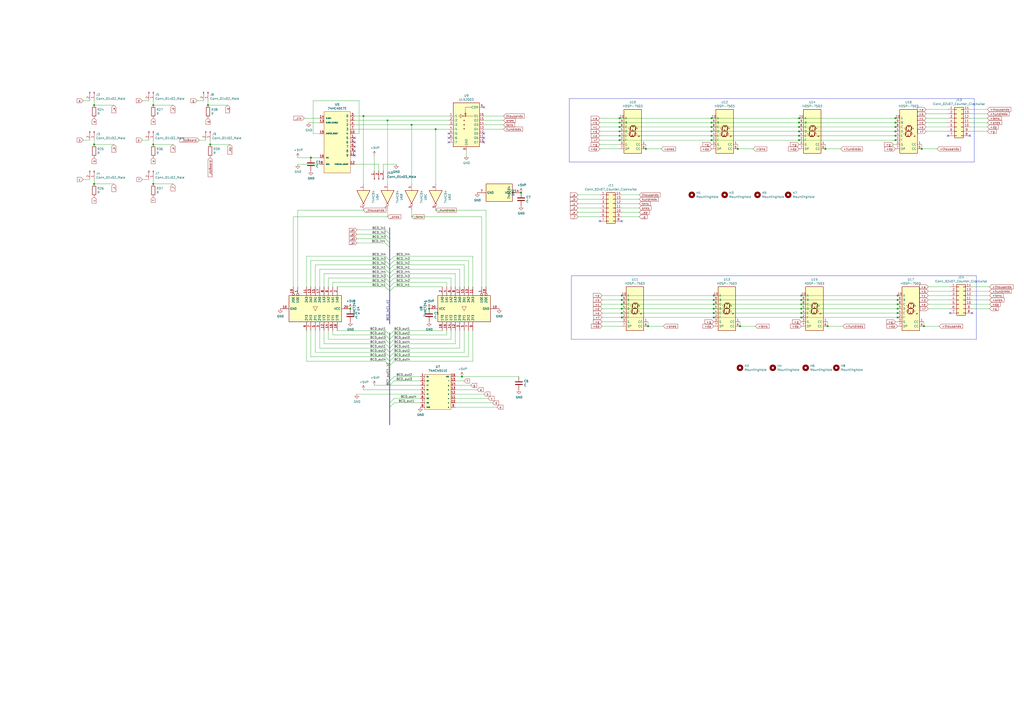
<source format=kicad_sch>
(kicad_sch (version 20230121) (generator eeschema)
  (paper "A2")
  (junction (at 519.43 78.74))
  (junction (at 519.43 81.28))
  (junction (at 429.26 189.23))
  (junction (at 463.55 78.74))
  (junction (at 88.9 106.68))
  (junction (at 224.79 69.85))
  (junction (at 520.7 171.45))
  (junction (at 360.68 176.53))
  (junction (at 412.75 76.2))
  (junction (at 359.41 68.58))
  (junction (at 463.55 81.28))
  (junction (at 412.75 71.12))
  (junction (at 520.7 184.15))
  (junction (at 360.68 171.45))
  (junction (at 360.68 181.61))
  (junction (at 120.65 60.96))
  (junction (at 359.41 76.2))
  (junction (at 360.68 184.15))
  (junction (at 463.55 68.58))
  (junction (at 248.92 179.07))
  (junction (at 210.82 67.31))
  (junction (at 414.02 176.53))
  (junction (at 359.41 71.12))
  (junction (at 464.82 179.07))
  (junction (at 464.82 171.45))
  (junction (at 414.02 179.07))
  (junction (at 359.41 73.66))
  (junction (at 412.75 78.74))
  (junction (at 534.67 86.36))
  (junction (at 180.34 91.44))
  (junction (at 54.61 106.68))
  (junction (at 88.9 60.96))
  (junction (at 54.61 60.96))
  (junction (at 412.75 81.28))
  (junction (at 414.02 181.61))
  (junction (at 238.76 72.39))
  (junction (at 463.55 73.66))
  (junction (at 414.02 171.45))
  (junction (at 427.99 86.36))
  (junction (at 520.7 181.61))
  (junction (at 374.65 86.36))
  (junction (at 480.06 189.23))
  (junction (at 359.41 78.74))
  (junction (at 414.02 173.99))
  (junction (at 414.02 184.15))
  (junction (at 88.9 83.82))
  (junction (at 520.7 176.53))
  (junction (at 360.68 173.99))
  (junction (at 519.43 68.58))
  (junction (at 464.82 173.99))
  (junction (at 302.26 111.76))
  (junction (at 535.94 189.23))
  (junction (at 54.61 83.82))
  (junction (at 375.92 189.23))
  (junction (at 519.43 71.12))
  (junction (at 464.82 184.15))
  (junction (at 463.55 76.2))
  (junction (at 519.43 73.66))
  (junction (at 464.82 181.61))
  (junction (at 121.92 83.82))
  (junction (at 520.7 179.07))
  (junction (at 412.75 73.66))
  (junction (at 360.68 179.07))
  (junction (at 203.2 179.07))
  (junction (at 520.7 173.99))
  (junction (at 412.75 68.58))
  (junction (at 252.73 74.93))
  (junction (at 464.82 176.53))
  (junction (at 267.97 218.44))
  (junction (at 519.43 76.2))
  (junction (at 359.41 81.28))
  (junction (at 478.79 86.36))
  (junction (at 463.55 71.12))
  (no_connect (at 205.74 90.17))
  (no_connect (at 260.35 80.01))
  (no_connect (at 347.98 128.27))
  (no_connect (at 205.74 82.55))
  (no_connect (at 260.35 77.47))
  (no_connect (at 562.61 78.74))
  (no_connect (at 551.18 181.61))
  (no_connect (at 280.67 62.23))
  (no_connect (at 280.67 80.01))
  (no_connect (at 205.74 85.09))
  (no_connect (at 360.68 128.27))
  (no_connect (at 280.67 82.55))
  (no_connect (at 260.35 82.55))
  (no_connect (at 205.74 87.63))
  (no_connect (at 205.74 80.01))
  (no_connect (at 563.88 181.61))
  (no_connect (at 280.67 77.47))
  (no_connect (at 549.91 78.74))
  (bus_entry (at 223.52 138.43) (size 2.54 2.54))
  (bus_entry (at 223.52 194.31) (size 2.54 2.54))
  (bus_entry (at 223.52 204.47) (size 2.54 2.54))
  (bus_entry (at 223.52 199.39) (size 2.54 2.54))
  (bus_entry (at 223.52 158.75) (size 2.54 2.54))
  (bus_entry (at 223.52 209.55) (size 2.54 2.54))
  (bus_entry (at 228.6 156.21) (size -2.54 2.54))
  (bus_entry (at 223.52 140.97) (size 2.54 2.54))
  (bus_entry (at 223.52 163.83) (size 2.54 2.54))
  (bus_entry (at 223.52 156.21) (size 2.54 2.54))
  (bus_entry (at 223.52 207.01) (size 2.54 2.54))
  (bus_entry (at 228.6 151.13) (size -2.54 2.54))
  (bus_entry (at 228.6 153.67) (size -2.54 2.54))
  (bus_entry (at 228.6 207.01) (size -2.54 2.54))
  (bus_entry (at 223.52 135.89) (size 2.54 2.54))
  (bus_entry (at 228.6 201.93) (size -2.54 2.54))
  (bus_entry (at 228.6 163.83) (size -2.54 2.54))
  (bus_entry (at 223.52 153.67) (size 2.54 2.54))
  (bus_entry (at 223.52 151.13) (size 2.54 2.54))
  (bus_entry (at 223.52 191.77) (size 2.54 2.54))
  (bus_entry (at 228.6 209.55) (size -2.54 2.54))
  (bus_entry (at 228.6 196.85) (size -2.54 2.54))
  (bus_entry (at 223.52 166.37) (size 2.54 2.54))
  (bus_entry (at 228.6 166.37) (size -2.54 2.54))
  (bus_entry (at 223.52 196.85) (size 2.54 2.54))
  (bus_entry (at 228.6 218.44) (size -2.54 2.54))
  (bus_entry (at 228.6 231.14) (size -2.54 2.54))
  (bus_entry (at 228.6 204.47) (size -2.54 2.54))
  (bus_entry (at 223.52 201.93) (size 2.54 2.54))
  (bus_entry (at 228.6 220.98) (size -2.54 2.54))
  (bus_entry (at 228.6 233.68) (size -2.54 2.54))
  (bus_entry (at 228.6 191.77) (size -2.54 2.54))
  (bus_entry (at 223.52 161.29) (size 2.54 2.54))
  (bus_entry (at 228.6 158.75) (size -2.54 2.54))
  (bus_entry (at 223.52 133.35) (size 2.54 2.54))
  (bus_entry (at 228.6 161.29) (size -2.54 2.54))
  (bus_entry (at 223.52 148.59) (size 2.54 2.54))
  (bus_entry (at 228.6 199.39) (size -2.54 2.54))
  (bus_entry (at 228.6 194.31) (size -2.54 2.54))
  (bus_entry (at 228.6 148.59) (size -2.54 2.54))
  (wire (pts (xy 269.24 220.98) (xy 264.16 220.98)))
  (wire (pts (xy 238.76 72.39) (xy 238.76 106.68)))
  (wire (pts (xy 519.43 78.74) (xy 520.7 78.74)))
  (polyline (pts (xy 331.47 196.85) (xy 566.42 196.85)))
  (wire (pts (xy 359.41 73.66) (xy 412.75 73.66)))
  (wire (pts (xy 359.41 76.2) (xy 412.75 76.2)))
  (wire (pts (xy 180.34 191.77) (xy 180.34 207.01)))
  (wire (pts (xy 181.61 77.47) (xy 181.61 58.42)))
  (wire (pts (xy 243.84 233.68) (xy 228.6 233.68)))
  (wire (pts (xy 574.04 166.37) (xy 563.88 166.37)))
  (wire (pts (xy 464.82 181.61) (xy 520.7 181.61)))
  (wire (pts (xy 224.79 106.68) (xy 224.79 69.85)))
  (wire (pts (xy 256.54 191.77) (xy 228.6 191.77)))
  (wire (pts (xy 180.34 151.13) (xy 223.52 151.13)))
  (wire (pts (xy 518.16 83.82) (xy 519.43 83.82)))
  (wire (pts (xy 88.9 60.96) (xy 100.33 60.96)))
  (wire (pts (xy 347.98 68.58) (xy 359.41 68.58)))
  (wire (pts (xy 219.71 95.25) (xy 219.71 99.06)))
  (wire (pts (xy 190.5 161.29) (xy 223.52 161.29)))
  (wire (pts (xy 519.43 186.69) (xy 520.7 186.69)))
  (wire (pts (xy 520.7 184.15) (xy 521.97 184.15)))
  (wire (pts (xy 574.04 176.53) (xy 563.88 176.53)))
  (wire (pts (xy 274.32 148.59) (xy 228.6 148.59)))
  (bus (pts (xy 226.06 156.21) (xy 226.06 158.75)))
  (wire (pts (xy 224.79 69.85) (xy 260.35 69.85)))
  (bus (pts (xy 226.06 161.29) (xy 226.06 163.83)))
  (wire (pts (xy 259.08 194.31) (xy 228.6 194.31)))
  (wire (pts (xy 370.84 125.73) (xy 360.68 125.73)))
  (wire (pts (xy 414.02 181.61) (xy 464.82 181.61)))
  (wire (pts (xy 283.21 231.14) (xy 264.16 231.14)))
  (wire (pts (xy 54.61 60.96) (xy 54.61 58.42)))
  (wire (pts (xy 534.67 83.82) (xy 534.67 86.36)))
  (wire (pts (xy 370.84 123.19) (xy 360.68 123.19)))
  (wire (pts (xy 288.29 236.22) (xy 264.16 236.22)))
  (wire (pts (xy 261.62 191.77) (xy 261.62 196.85)))
  (wire (pts (xy 228.6 161.29) (xy 261.62 161.29)))
  (bus (pts (xy 226.06 163.83) (xy 226.06 166.37)))
  (wire (pts (xy 187.96 191.77) (xy 187.96 199.39)))
  (bus (pts (xy 226.06 194.31) (xy 226.06 196.85)))
  (wire (pts (xy 360.68 179.07) (xy 414.02 179.07)))
  (bus (pts (xy 226.06 233.68) (xy 226.06 236.22)))
  (wire (pts (xy 228.6 196.85) (xy 261.62 196.85)))
  (wire (pts (xy 222.25 95.25) (xy 222.25 99.06)))
  (wire (pts (xy 195.58 191.77) (xy 223.52 191.77)))
  (wire (pts (xy 259.08 191.77) (xy 259.08 194.31)))
  (wire (pts (xy 193.04 191.77) (xy 193.04 194.31)))
  (wire (pts (xy 520.7 173.99) (xy 521.97 173.99)))
  (wire (pts (xy 252.73 121.92) (xy 281.94 121.92)))
  (wire (pts (xy 464.82 179.07) (xy 520.7 179.07)))
  (wire (pts (xy 572.77 66.04) (xy 562.61 66.04)))
  (wire (pts (xy 270.51 90.17) (xy 270.51 87.63)))
  (polyline (pts (xy 565.15 93.98) (xy 565.15 57.15)))
  (wire (pts (xy 210.82 67.31) (xy 210.82 106.68)))
  (wire (pts (xy 537.21 66.04) (xy 549.91 66.04)))
  (wire (pts (xy 520.7 181.61) (xy 521.97 181.61)))
  (wire (pts (xy 537.21 68.58) (xy 549.91 68.58)))
  (wire (pts (xy 226.06 223.52) (xy 243.84 223.52)))
  (wire (pts (xy 88.9 106.68) (xy 88.9 104.14)))
  (wire (pts (xy 121.92 83.82) (xy 121.92 81.28)))
  (wire (pts (xy 359.41 81.28) (xy 412.75 81.28)))
  (wire (pts (xy 414.02 171.45) (xy 464.82 171.45)))
  (wire (pts (xy 193.04 163.83) (xy 223.52 163.83)))
  (wire (pts (xy 271.78 151.13) (xy 228.6 151.13)))
  (wire (pts (xy 210.82 67.31) (xy 205.74 67.31)))
  (wire (pts (xy 238.76 125.73) (xy 279.4 125.73)))
  (wire (pts (xy 170.18 125.73) (xy 170.18 166.37)))
  (wire (pts (xy 574.04 179.07) (xy 563.88 179.07)))
  (wire (pts (xy 264.16 191.77) (xy 264.16 199.39)))
  (wire (pts (xy 347.98 76.2) (xy 359.41 76.2)))
  (wire (pts (xy 271.78 207.01) (xy 228.6 207.01)))
  (wire (pts (xy 360.68 181.61) (xy 414.02 181.61)))
  (bus (pts (xy 226.06 220.98) (xy 226.06 223.52)))
  (wire (pts (xy 266.7 156.21) (xy 228.6 156.21)))
  (wire (pts (xy 207.01 228.6) (xy 243.84 228.6)))
  (wire (pts (xy 271.78 166.37) (xy 271.78 151.13)))
  (wire (pts (xy 429.26 186.69) (xy 429.26 189.23)))
  (wire (pts (xy 269.24 191.77) (xy 269.24 204.47)))
  (wire (pts (xy 347.98 83.82) (xy 359.41 83.82)))
  (wire (pts (xy 572.77 73.66) (xy 562.61 73.66)))
  (wire (pts (xy 436.88 86.36) (xy 427.99 86.36)))
  (bus (pts (xy 226.06 138.43) (xy 226.06 140.97)))
  (wire (pts (xy 574.04 171.45) (xy 563.88 171.45)))
  (wire (pts (xy 535.94 186.69) (xy 535.94 189.23)))
  (wire (pts (xy 207.01 140.97) (xy 223.52 140.97)))
  (bus (pts (xy 226.06 196.85) (xy 226.06 199.39)))
  (wire (pts (xy 574.04 173.99) (xy 563.88 173.99)))
  (wire (pts (xy 121.92 83.82) (xy 133.35 83.82)))
  (wire (pts (xy 115.57 81.28) (xy 119.38 81.28)))
  (wire (pts (xy 538.48 176.53) (xy 551.18 176.53)))
  (wire (pts (xy 520.7 176.53) (xy 521.97 176.53)))
  (wire (pts (xy 370.84 118.11) (xy 360.68 118.11)))
  (wire (pts (xy 335.28 120.65) (xy 347.98 120.65)))
  (wire (pts (xy 463.55 78.74) (xy 519.43 78.74)))
  (wire (pts (xy 359.41 68.58) (xy 412.75 68.58)))
  (wire (pts (xy 359.41 78.74) (xy 412.75 78.74)))
  (wire (pts (xy 412.75 73.66) (xy 463.55 73.66)))
  (wire (pts (xy 349.25 171.45) (xy 360.68 171.45)))
  (wire (pts (xy 463.55 71.12) (xy 519.43 71.12)))
  (wire (pts (xy 537.21 76.2) (xy 549.91 76.2)))
  (bus (pts (xy 226.06 135.89) (xy 226.06 138.43)))
  (wire (pts (xy 538.48 179.07) (xy 551.18 179.07)))
  (wire (pts (xy 180.34 91.44) (xy 185.42 91.44)))
  (wire (pts (xy 243.84 231.14) (xy 228.6 231.14)))
  (wire (pts (xy 463.55 68.58) (xy 519.43 68.58)))
  (wire (pts (xy 520.7 179.07) (xy 521.97 179.07)))
  (wire (pts (xy 210.82 67.31) (xy 260.35 67.31)))
  (wire (pts (xy 519.43 71.12) (xy 520.7 71.12)))
  (wire (pts (xy 572.77 68.58) (xy 562.61 68.58)))
  (wire (pts (xy 266.7 166.37) (xy 266.7 156.21)))
  (wire (pts (xy 347.98 86.36) (xy 359.41 86.36)))
  (wire (pts (xy 177.8 166.37) (xy 177.8 148.59)))
  (wire (pts (xy 187.96 166.37) (xy 187.96 158.75)))
  (wire (pts (xy 182.88 204.47) (xy 223.52 204.47)))
  (wire (pts (xy 349.25 189.23) (xy 360.68 189.23)))
  (wire (pts (xy 264.16 166.37) (xy 264.16 158.75)))
  (wire (pts (xy 271.78 191.77) (xy 271.78 207.01)))
  (wire (pts (xy 193.04 166.37) (xy 193.04 163.83)))
  (wire (pts (xy 181.61 58.42) (xy 208.28 58.42)))
  (wire (pts (xy 82.55 104.14) (xy 86.36 104.14)))
  (wire (pts (xy 537.21 73.66) (xy 549.91 73.66)))
  (wire (pts (xy 172.72 121.92) (xy 172.72 166.37)))
  (wire (pts (xy 54.61 83.82) (xy 66.04 83.82)))
  (bus (pts (xy 226.06 153.67) (xy 226.06 156.21)))
  (wire (pts (xy 349.25 176.53) (xy 360.68 176.53)))
  (wire (pts (xy 238.76 72.39) (xy 205.74 72.39)))
  (bus (pts (xy 226.06 151.13) (xy 226.06 153.67)))
  (wire (pts (xy 54.61 106.68) (xy 66.04 106.68)))
  (wire (pts (xy 261.62 166.37) (xy 261.62 161.29)))
  (wire (pts (xy 349.25 181.61) (xy 360.68 181.61)))
  (wire (pts (xy 335.28 118.11) (xy 347.98 118.11)))
  (wire (pts (xy 259.08 163.83) (xy 228.6 163.83)))
  (wire (pts (xy 412.75 78.74) (xy 463.55 78.74)))
  (wire (pts (xy 48.26 104.14) (xy 52.07 104.14)))
  (wire (pts (xy 185.42 77.47) (xy 181.61 77.47)))
  (wire (pts (xy 349.25 184.15) (xy 360.68 184.15)))
  (wire (pts (xy 267.97 218.44) (xy 300.99 218.44)))
  (wire (pts (xy 360.68 171.45) (xy 414.02 171.45)))
  (wire (pts (xy 537.21 63.5) (xy 549.91 63.5)))
  (wire (pts (xy 273.05 223.52) (xy 264.16 223.52)))
  (wire (pts (xy 274.32 209.55) (xy 228.6 209.55)))
  (bus (pts (xy 226.06 236.22) (xy 226.06 246.38)))
  (wire (pts (xy 88.9 60.96) (xy 88.9 58.42)))
  (wire (pts (xy 292.1 69.85) (xy 280.67 69.85)))
  (wire (pts (xy 464.82 184.15) (xy 520.7 184.15)))
  (wire (pts (xy 335.28 115.57) (xy 347.98 115.57)))
  (wire (pts (xy 519.43 73.66) (xy 520.7 73.66)))
  (wire (pts (xy 180.34 207.01) (xy 223.52 207.01)))
  (wire (pts (xy 463.55 73.66) (xy 519.43 73.66)))
  (polyline (pts (xy 330.2 57.15) (xy 330.2 93.98)))
  (wire (pts (xy 360.68 176.53) (xy 414.02 176.53)))
  (wire (pts (xy 370.84 120.65) (xy 360.68 120.65)))
  (wire (pts (xy 538.48 168.91) (xy 551.18 168.91)))
  (wire (pts (xy 487.68 86.36) (xy 478.79 86.36)))
  (wire (pts (xy 269.24 204.47) (xy 228.6 204.47)))
  (wire (pts (xy 205.74 69.85) (xy 224.79 69.85)))
  (wire (pts (xy 185.42 156.21) (xy 223.52 156.21)))
  (wire (pts (xy 347.98 71.12) (xy 359.41 71.12)))
  (wire (pts (xy 370.84 113.03) (xy 360.68 113.03)))
  (polyline (pts (xy 566.42 160.02) (xy 331.47 160.02)))
  (wire (pts (xy 463.55 76.2) (xy 519.43 76.2)))
  (wire (pts (xy 279.4 125.73) (xy 279.4 166.37)))
  (wire (pts (xy 370.84 115.57) (xy 360.68 115.57)))
  (wire (pts (xy 224.79 125.73) (xy 224.79 121.92)))
  (bus (pts (xy 226.06 132.08) (xy 226.06 135.89)))
  (wire (pts (xy 182.88 166.37) (xy 182.88 153.67)))
  (wire (pts (xy 190.5 166.37) (xy 190.5 161.29)))
  (wire (pts (xy 48.26 58.42) (xy 52.07 58.42)))
  (wire (pts (xy 276.86 226.06) (xy 264.16 226.06)))
  (wire (pts (xy 292.1 67.31) (xy 280.67 67.31)))
  (wire (pts (xy 266.7 201.93) (xy 228.6 201.93)))
  (wire (pts (xy 172.72 121.92) (xy 210.82 121.92)))
  (wire (pts (xy 383.54 86.36) (xy 374.65 86.36)))
  (bus (pts (xy 226.06 207.01) (xy 226.06 209.55)))
  (bus (pts (xy 226.06 166.37) (xy 226.06 168.91)))
  (wire (pts (xy 187.96 199.39) (xy 223.52 199.39)))
  (bus (pts (xy 226.06 140.97) (xy 226.06 143.51)))
  (wire (pts (xy 280.67 228.6) (xy 264.16 228.6)))
  (wire (pts (xy 543.56 86.36) (xy 534.67 86.36)))
  (wire (pts (xy 177.8 209.55) (xy 223.52 209.55)))
  (wire (pts (xy 412.75 76.2) (xy 463.55 76.2)))
  (wire (pts (xy 347.98 73.66) (xy 359.41 73.66)))
  (bus (pts (xy 226.06 193.04) (xy 226.06 194.31)))
  (wire (pts (xy 478.79 83.82) (xy 478.79 86.36)))
  (wire (pts (xy 335.28 113.03) (xy 347.98 113.03)))
  (wire (pts (xy 243.84 220.98) (xy 228.6 220.98)))
  (wire (pts (xy 193.04 194.31) (xy 223.52 194.31)))
  (wire (pts (xy 375.92 186.69) (xy 375.92 189.23)))
  (wire (pts (xy 243.84 218.44) (xy 228.6 218.44)))
  (bus (pts (xy 226.06 201.93) (xy 226.06 204.47)))
  (wire (pts (xy 537.21 71.12) (xy 549.91 71.12)))
  (polyline (pts (xy 331.47 160.02) (xy 331.47 196.85)))
  (wire (pts (xy 360.68 173.99) (xy 414.02 173.99)))
  (wire (pts (xy 54.61 106.68) (xy 54.61 104.14)))
  (wire (pts (xy 347.98 81.28) (xy 359.41 81.28)))
  (wire (pts (xy 412.75 71.12) (xy 463.55 71.12)))
  (wire (pts (xy 185.42 166.37) (xy 185.42 156.21)))
  (wire (pts (xy 182.88 153.67) (xy 223.52 153.67)))
  (wire (pts (xy 208.28 58.42) (xy 208.28 77.47)))
  (wire (pts (xy 572.77 63.5) (xy 562.61 63.5)))
  (wire (pts (xy 414.02 179.07) (xy 464.82 179.07)))
  (wire (pts (xy 177.8 191.77) (xy 177.8 209.55)))
  (wire (pts (xy 217.17 223.52) (xy 226.06 223.52)))
  (wire (pts (xy 519.43 76.2) (xy 520.7 76.2)))
  (wire (pts (xy 335.28 123.19) (xy 347.98 123.19)))
  (wire (pts (xy 414.02 173.99) (xy 464.82 173.99)))
  (bus (pts (xy 226.06 204.47) (xy 226.06 207.01)))
  (wire (pts (xy 464.82 171.45) (xy 520.7 171.45)))
  (wire (pts (xy 88.9 83.82) (xy 100.33 83.82)))
  (polyline (pts (xy 330.2 93.98) (xy 565.15 93.98)))
  (wire (pts (xy 190.5 191.77) (xy 190.5 196.85)))
  (bus (pts (xy 226.06 223.52) (xy 226.06 233.68)))
  (wire (pts (xy 205.74 95.25) (xy 219.71 95.25)))
  (wire (pts (xy 120.65 60.96) (xy 132.08 60.96)))
  (wire (pts (xy 463.55 81.28) (xy 519.43 81.28)))
  (wire (pts (xy 222.25 95.25) (xy 229.87 95.25)))
  (wire (pts (xy 269.24 153.67) (xy 228.6 153.67)))
  (wire (pts (xy 360.68 184.15) (xy 414.02 184.15)))
  (wire (pts (xy 179.07 71.12) (xy 185.42 71.12)))
  (wire (pts (xy 538.48 166.37) (xy 551.18 166.37)))
  (wire (pts (xy 359.41 71.12) (xy 412.75 71.12)))
  (wire (pts (xy 54.61 83.82) (xy 54.61 81.28)))
  (bus (pts (xy 226.06 199.39) (xy 226.06 201.93)))
  (polyline (pts (xy 566.42 196.85) (xy 566.42 160.02)))
  (wire (pts (xy 88.9 83.82) (xy 88.9 81.28)))
  (wire (pts (xy 520.7 171.45) (xy 521.97 171.45)))
  (wire (pts (xy 207.01 138.43) (xy 223.52 138.43)))
  (wire (pts (xy 519.43 81.28) (xy 520.7 81.28)))
  (wire (pts (xy 538.48 173.99) (xy 551.18 173.99)))
  (wire (pts (xy 217.17 90.17) (xy 217.17 99.06)))
  (wire (pts (xy 82.55 58.42) (xy 86.36 58.42)))
  (bus (pts (xy 226.06 209.55) (xy 226.06 212.09)))
  (wire (pts (xy 185.42 191.77) (xy 185.42 201.93)))
  (wire (pts (xy 572.77 76.2) (xy 562.61 76.2)))
  (wire (pts (xy 256.54 166.37) (xy 228.6 166.37)))
  (wire (pts (xy 264.16 199.39) (xy 228.6 199.39)))
  (wire (pts (xy 414.02 176.53) (xy 464.82 176.53)))
  (wire (pts (xy 347.98 78.74) (xy 359.41 78.74)))
  (wire (pts (xy 185.42 201.93) (xy 223.52 201.93)))
  (wire (pts (xy 48.26 81.28) (xy 52.07 81.28)))
  (wire (pts (xy 170.18 125.73) (xy 224.79 125.73)))
  (wire (pts (xy 412.75 68.58) (xy 463.55 68.58)))
  (wire (pts (xy 384.81 189.23) (xy 375.92 189.23)))
  (wire (pts (xy 172.72 95.25) (xy 185.42 95.25)))
  (bus (pts (xy 226.06 212.09) (xy 226.06 220.98)))
  (wire (pts (xy 207.01 133.35) (xy 223.52 133.35)))
  (wire (pts (xy 572.77 71.12) (xy 562.61 71.12)))
  (wire (pts (xy 480.06 186.69) (xy 480.06 189.23)))
  (wire (pts (xy 195.58 166.37) (xy 223.52 166.37)))
  (bus (pts (xy 226.06 143.51) (xy 226.06 151.13)))
  (wire (pts (xy 349.25 179.07) (xy 360.68 179.07)))
  (wire (pts (xy 172.72 91.44) (xy 180.34 91.44)))
  (wire (pts (xy 252.73 106.68) (xy 252.73 74.93)))
  (wire (pts (xy 574.04 168.91) (xy 563.88 168.91)))
  (wire (pts (xy 267.97 218.44) (xy 264.16 218.44)))
  (wire (pts (xy 120.65 60.96) (xy 120.65 58.42)))
  (wire (pts (xy 176.53 68.58) (xy 185.42 68.58)))
  (wire (pts (xy 519.43 68.58) (xy 520.7 68.58)))
  (wire (pts (xy 82.55 81.28) (xy 86.36 81.28)))
  (wire (pts (xy 349.25 186.69) (xy 360.68 186.69)))
  (wire (pts (xy 374.65 83.82) (xy 374.65 86.36)))
  (wire (pts (xy 488.95 189.23) (xy 480.06 189.23)))
  (wire (pts (xy 177.8 148.59) (xy 223.52 148.59)))
  (wire (pts (xy 266.7 191.77) (xy 266.7 201.93)))
  (wire (pts (xy 238.76 121.92) (xy 238.76 125.73)))
  (wire (pts (xy 269.24 166.37) (xy 269.24 153.67)))
  (wire (pts (xy 182.88 191.77) (xy 182.88 204.47)))
  (wire (pts (xy 190.5 196.85) (xy 223.52 196.85)))
  (wire (pts (xy 412.75 81.28) (xy 463.55 81.28)))
  (wire (pts (xy 427.99 83.82) (xy 427.99 86.36)))
  (wire (pts (xy 187.96 158.75) (xy 223.52 158.75)))
  (wire (pts (xy 264.16 158.75) (xy 228.6 158.75)))
  (wire (pts (xy 274.32 191.77) (xy 274.32 209.55)))
  (wire (pts (xy 414.02 184.15) (xy 464.82 184.15)))
  (wire (pts (xy 180.34 166.37) (xy 180.34 151.13)))
  (wire (pts (xy 538.48 171.45) (xy 551.18 171.45)))
  (wire (pts (xy 54.61 60.96) (xy 66.04 60.96)))
  (wire (pts (xy 292.1 74.93) (xy 280.67 74.93)))
  (wire (pts (xy 349.25 173.99) (xy 360.68 173.99)))
  (wire (pts (xy 260.35 74.93) (xy 252.73 74.93)))
  (wire (pts (xy 274.32 166.37) (xy 274.32 148.59)))
  (bus (pts (xy 226.06 168.91) (xy 226.06 187.96)))
  (wire (pts (xy 281.94 121.92) (xy 281.94 166.37)))
  (wire (pts (xy 544.83 189.23) (xy 535.94 189.23)))
  (wire (pts (xy 259.08 166.37) (xy 259.08 163.83)))
  (wire (pts (xy 285.75 233.68) (xy 264.16 233.68)))
  (wire (pts (xy 252.73 74.93) (xy 205.74 74.93)))
  (wire (pts (xy 208.28 77.47) (xy 205.74 77.47)))
  (polyline (pts (xy 565.15 57.15) (xy 330.2 57.15)))
  (wire (pts (xy 210.82 226.06) (xy 243.84 226.06)))
  (wire (pts (xy 280.67 72.39) (xy 292.1 72.39)))
  (wire (pts (xy 335.28 125.73) (xy 347.98 125.73)))
  (wire (pts (xy 114.3 58.42) (xy 118.11 58.42)))
  (wire (pts (xy 260.35 72.39) (xy 238.76 72.39)))
  (bus (pts (xy 226.06 158.75) (xy 226.06 161.29)))
  (wire (pts (xy 464.82 173.99) (xy 520.7 173.99)))
  (wire (pts (xy 464.82 176.53) (xy 520.7 176.53)))
  (wire (pts (xy 438.15 189.23) (xy 429.26 189.23)))
  (wire (pts (xy 88.9 106.68) (xy 100.33 106.68)))
  (wire (pts (xy 207.01 135.89) (xy 223.52 135.89)))
  (label "BCD_in4" (at 215.9 148.59 0))
  (label "BCD_out4" (at 228.6 199.39 0))
  (label "BCD_out2" (at 214.63 194.31 0))
  (label "BCD_out1" (at 228.6 201.93 0))
  (label "BCF_out[1..4]" (at 226.06 223.52 90))
  (label "BCD_in1" (at 215.9 133.35 0))
  (label "BCD_out1" (at 228.6 191.77 0))
  (label "BCD_in3" (at 215.9 161.29 0))
  (label "BCD_out1" (at 214.63 201.93 0))
  (label "BCD_in3" (at 229.87 151.13 0))
  (label "BCD_out4" (at 214.63 209.55 0))
  (label "BCD_out2" (at 214.63 204.47 0))
  (label "BCD_in4" (at 223.52 140.97 180))
  (label "BCD_in4" (at 229.87 158.75 0))
  (label "BCD_out3" (at 228.6 207.01 0))
  (label "BCD_in2" (at 229.87 153.67 0))
  (label "BCD_in3" (at 215.9 151.13 0))
  (label "BCD_in3" (at 229.87 161.29 0))
  (label "BCD_in2" (at 215.9 153.67 0))
  (label "BCD_in1" (at 215.9 166.37 0))
  (label "BCD_out2" (at 228.6 194.31 0))
  (label "BCD_out1" (at 214.63 191.77 0))
  (label "BCD_out3" (at 229.87 220.98 0))
  (label "BCD_in2" (at 215.9 163.83 0))
  (label "BCD_in4" (at 215.9 158.75 0))
  (label "BCD_out1" (at 231.14 233.68 0))
  (label "BCD_in4" (at 229.87 148.59 0))
  (label "BCD_out4" (at 232.41 231.14 0))
  (label "BCD_in2" (at 229.87 163.83 0))
  (label "BCD_out4" (at 214.63 199.39 0))
  (label "BCD_out3" (at 214.63 207.01 0))
  (label "BCD_out3" (at 214.63 196.85 0))
  (label "BCD_in3" (at 215.9 138.43 0))
  (label "BCD_in2" (at 215.9 135.89 0))
  (label "BCD_in1" (at 215.9 156.21 0))
  (label "BCD_in1" (at 229.87 156.21 0))
  (label "BCD_out3" (at 228.6 196.85 0))
  (label "BCD_in[1..4]" (at 226.06 173.99 270))
  (label "BCD_in1" (at 229.87 166.37 0))
  (label "BCD_out4" (at 228.6 209.55 0))
  (label "BCD_out2" (at 228.6 204.47 0))
  (label "BCD_out2" (at 229.87 218.44 0))
  (global_label "_a3" (shape input) (at 207.01 138.43 180) (effects (font (size 0.9906 0.9906))) (property "Intersheetrefs" "${INTERSHEET_REFS}" (effects hide)))
  (global_label "+hundreds" (shape input) (at 572.77 66.04 0) (property "Intersheetrefs" "${INTERSHEET_REFS}" (effects hide)))
  (global_label "c" (shape input) (at 283.21 231.14 0) (property "Intersheetrefs" "${INTERSHEET_REFS}" (effects hide)))
  (global_label "+e" (shape input) (at 538.48 176.53 180) (property "Intersheetrefs" "${INTERSHEET_REFS}" (effects hide)))
  (global_label "c" (shape input) (at 54.61 114.3 270) (property "Intersheetrefs" "${INTERSHEET_REFS}" (effects hide)))
  (global_label "ones" (shape input) (at 370.84 120.65 0) (property "Intersheetrefs" "${INTERSHEET_REFS}" (effects hide)))
  (global_label "_b" (shape input) (at 335.28 115.57 180) (property "Intersheetrefs" "${INTERSHEET_REFS}" (effects hide)))
  (global_label "+ones" (shape input) (at 572.77 71.12 0) (property "Intersheetrefs" "${INTERSHEET_REFS}" (effects hide)))
  (global_label "+ones" (shape input) (at 384.81 189.23 0) (property "Intersheetrefs" "${INTERSHEET_REFS}" (effects hide)))
  (global_label "hundreds" (shape input) (at 292.1 74.93 0) (property "Intersheetrefs" "${INTERSHEET_REFS}" (effects hide)))
  (global_label "+hundreds" (shape input) (at 488.95 189.23 0) (property "Intersheetrefs" "${INTERSHEET_REFS}" (effects hide)))
  (global_label "+e" (shape input) (at 347.98 78.74 180) (property "Intersheetrefs" "${INTERSHEET_REFS}" (effects hide)))
  (global_label "+thousands" (shape input) (at 574.04 166.37 0) (property "Intersheetrefs" "${INTERSHEET_REFS}" (effects hide)))
  (global_label "+b" (shape input) (at 537.21 66.04 180) (property "Intersheetrefs" "${INTERSHEET_REFS}" (effects hide)))
  (global_label "+f" (shape input) (at 349.25 184.15 180) (property "Intersheetrefs" "${INTERSHEET_REFS}" (effects hide)))
  (global_label "+hundreds" (shape input) (at 574.04 168.91 0) (property "Intersheetrefs" "${INTERSHEET_REFS}" (effects hide)))
  (global_label "+g" (shape input) (at 572.77 76.2 0) (property "Intersheetrefs" "${INTERSHEET_REFS}" (effects hide)))
  (global_label "c" (shape input) (at 48.26 104.14 180) (property "Intersheetrefs" "${INTERSHEET_REFS}" (effects hide)))
  (global_label "_b" (shape input) (at 66.04 83.82 270) (property "Intersheetrefs" "${INTERSHEET_REFS}" (effects hide)))
  (global_label "d" (shape input) (at 285.75 233.68 0) (property "Intersheetrefs" "${INTERSHEET_REFS}" (effects hide)))
  (global_label "_d" (shape input) (at 100.33 60.96 270) (property "Intersheetrefs" "${INTERSHEET_REFS}" (effects hide)))
  (global_label "+g" (shape input) (at 518.16 83.82 180) (property "Intersheetrefs" "${INTERSHEET_REFS}" (effects hide)))
  (global_label "_e" (shape input) (at 100.33 83.82 270) (property "Intersheetrefs" "${INTERSHEET_REFS}" (effects hide)))
  (global_label "_g" (shape input) (at 132.08 60.96 270) (property "Intersheetrefs" "${INTERSHEET_REFS}" (effects hide)))
  (global_label "+d" (shape input) (at 349.25 179.07 180) (property "Intersheetrefs" "${INTERSHEET_REFS}" (effects hide)))
  (global_label "+dp" (shape input) (at 519.43 86.36 180) (property "Intersheetrefs" "${INTERSHEET_REFS}" (effects hide)))
  (global_label "_ones" (shape input) (at 224.79 125.73 0) (property "Intersheetrefs" "${INTERSHEET_REFS}" (effects hide)))
  (global_label "e" (shape input) (at 82.55 81.28 180) (property "Intersheetrefs" "${INTERSHEET_REFS}" (effects hide)))
  (global_label "e" (shape input) (at 288.29 236.22 0) (property "Intersheetrefs" "${INTERSHEET_REFS}" (effects hide)))
  (global_label "+c" (shape input) (at 347.98 73.66 180) (property "Intersheetrefs" "${INTERSHEET_REFS}" (effects hide)))
  (global_label "+a" (shape input) (at 347.98 68.58 180) (property "Intersheetrefs" "${INTERSHEET_REFS}" (effects hide)))
  (global_label "+g" (shape input) (at 412.75 83.82 180) (property "Intersheetrefs" "${INTERSHEET_REFS}" (effects hide)))
  (global_label "+tens" (shape input) (at 574.04 171.45 0) (property "Intersheetrefs" "${INTERSHEET_REFS}" (effects hide)))
  (global_label "_e" (shape input) (at 335.28 123.19 180) (property "Intersheetrefs" "${INTERSHEET_REFS}" (effects hide)))
  (global_label "+g" (shape input) (at 464.82 186.69 180) (property "Intersheetrefs" "${INTERSHEET_REFS}" (effects hide)))
  (global_label "thousands" (shape input) (at 370.84 113.03 0) (property "Intersheetrefs" "${INTERSHEET_REFS}" (effects hide)))
  (global_label "d" (shape input) (at 82.55 58.42 180) (property "Intersheetrefs" "${INTERSHEET_REFS}" (effects hide)))
  (global_label "g" (shape input) (at 114.3 58.42 180) (property "Intersheetrefs" "${INTERSHEET_REFS}" (effects hide)))
  (global_label "g" (shape input) (at 273.05 223.52 0) (property "Intersheetrefs" "${INTERSHEET_REFS}" (effects hide)))
  (global_label "+dp" (shape input) (at 463.55 86.36 180) (property "Intersheetrefs" "${INTERSHEET_REFS}" (effects hide)))
  (global_label "+d" (shape input) (at 537.21 71.12 180) (property "Intersheetrefs" "${INTERSHEET_REFS}" (effects hide)))
  (global_label "+tens" (shape input) (at 438.15 189.23 0) (property "Intersheetrefs" "${INTERSHEET_REFS}" (effects hide)))
  (global_label "_dp" (shape input) (at 133.35 83.82 270) (property "Intersheetrefs" "${INTERSHEET_REFS}" (effects hide)))
  (global_label "+g" (shape input) (at 349.25 186.69 180) (property "Intersheetrefs" "${INTERSHEET_REFS}" (effects hide)))
  (global_label "+tens" (shape input) (at 436.88 86.36 0) (property "Intersheetrefs" "${INTERSHEET_REFS}" (effects hide)))
  (global_label "b" (shape input) (at 280.67 228.6 0) (property "Intersheetrefs" "${INTERSHEET_REFS}" (effects hide)))
  (global_label "+a" (shape input) (at 537.21 63.5 180) (property "Intersheetrefs" "${INTERSHEET_REFS}" (effects hide)))
  (global_label "+b" (shape input) (at 347.98 71.12 180) (property "Intersheetrefs" "${INTERSHEET_REFS}" (effects hide)))
  (global_label "_f" (shape input) (at 100.33 106.68 270) (property "Intersheetrefs" "${INTERSHEET_REFS}" (effects hide)))
  (global_label "+b" (shape input) (at 538.48 168.91 180) (property "Intersheetrefs" "${INTERSHEET_REFS}" (effects hide)))
  (global_label "_a1" (shape input) (at 207.01 133.35 180) (effects (font (size 0.9906 0.9906))) (property "Intersheetrefs" "${INTERSHEET_REFS}" (effects hide)))
  (global_label "a" (shape input) (at 48.26 58.42 180) (property "Intersheetrefs" "${INTERSHEET_REFS}" (effects hide)))
  (global_label "b" (shape input) (at 54.61 91.44 270) (property "Intersheetrefs" "${INTERSHEET_REFS}" (effects hide)))
  (global_label "_a" (shape input) (at 66.04 60.96 270) (property "Intersheetrefs" "${INTERSHEET_REFS}" (effects hide)))
  (global_label "+a" (shape input) (at 538.48 166.37 180) (property "Intersheetrefs" "${INTERSHEET_REFS}" (effects hide)))
  (global_label "+dp" (shape input) (at 464.82 189.23 180) (property "Intersheetrefs" "${INTERSHEET_REFS}" (effects hide)))
  (global_label "+b" (shape input) (at 349.25 173.99 180) (property "Intersheetrefs" "${INTERSHEET_REFS}" (effects hide)))
  (global_label "tens" (shape input) (at 370.84 118.11 0) (property "Intersheetrefs" "${INTERSHEET_REFS}" (effects hide)))
  (global_label "+c" (shape input) (at 538.48 171.45 180) (property "Intersheetrefs" "${INTERSHEET_REFS}" (effects hide)))
  (global_label "+a" (shape input) (at 349.25 171.45 180) (property "Intersheetrefs" "${INTERSHEET_REFS}" (effects hide)))
  (global_label "d" (shape input) (at 88.9 68.58 270) (property "Intersheetrefs" "${INTERSHEET_REFS}" (effects hide)))
  (global_label "+e" (shape input) (at 537.21 73.66 180) (property "Intersheetrefs" "${INTERSHEET_REFS}" (effects hide)))
  (global_label "+c" (shape input) (at 349.25 176.53 180) (property "Intersheetrefs" "${INTERSHEET_REFS}" (effects hide)))
  (global_label "+g" (shape input) (at 414.02 186.69 180) (property "Intersheetrefs" "${INTERSHEET_REFS}" (effects hide)))
  (global_label "ones" (shape input) (at 292.1 69.85 0) (property "Intersheetrefs" "${INTERSHEET_REFS}" (effects hide)))
  (global_label "_a" (shape input) (at 335.28 113.03 180) (property "Intersheetrefs" "${INTERSHEET_REFS}" (effects hide)))
  (global_label "_hundreds" (shape input) (at 252.73 121.92 0) (property "Intersheetrefs" "${INTERSHEET_REFS}" (effects hide)))
  (global_label "f" (shape input) (at 82.55 104.14 180) (property "Intersheetrefs" "${INTERSHEET_REFS}" (effects hide)))
  (global_label "+dp" (shape input) (at 574.04 176.53 0) (property "Intersheetrefs" "${INTERSHEET_REFS}" (effects hide)))
  (global_label "_dp" (shape input) (at 370.84 123.19 0) (property "Intersheetrefs" "${INTERSHEET_REFS}" (effects hide)))
  (global_label "f" (shape input) (at 269.24 220.98 0) (property "Intersheetrefs" "${INTERSHEET_REFS}" (effects hide)))
  (global_label "_dpBoard" (shape input) (at 121.92 91.44 270) (property "Intersheetrefs" "${INTERSHEET_REFS}" (effects hide)))
  (global_label "a" (shape input) (at 276.86 226.06 0) (property "Intersheetrefs" "${INTERSHEET_REFS}" (effects hide)))
  (global_label "_f" (shape input) (at 335.28 125.73 180) (property "Intersheetrefs" "${INTERSHEET_REFS}" (effects hide)))
  (global_label "+dp" (shape input) (at 414.02 189.23 180) (property "Intersheetrefs" "${INTERSHEET_REFS}" (effects hide)))
  (global_label "g" (shape input) (at 120.65 68.58 270) (property "Intersheetrefs" "${INTERSHEET_REFS}" (effects hide)))
  (global_label "+g" (shape input) (at 574.04 179.07 0) (property "Intersheetrefs" "${INTERSHEET_REFS}" (effects hide)))
  (global_label "+g" (shape input) (at 347.98 83.82 180) (property "Intersheetrefs" "${INTERSHEET_REFS}" (effects hide)))
  (global_label "b" (shape input) (at 48.26 81.28 180) (property "Intersheetrefs" "${INTERSHEET_REFS}" (effects hide)))
  (global_label "+thousands" (shape input) (at 544.83 189.23 0) (property "Intersheetrefs" "${INTERSHEET_REFS}" (effects hide)))
  (global_label "f" (shape input) (at 88.9 114.3 270) (property "Intersheetrefs" "${INTERSHEET_REFS}" (effects hide)))
  (global_label "tens" (shape input) (at 292.1 72.39 0) (property "Intersheetrefs" "${INTERSHEET_REFS}" (effects hide)))
  (global_label "_g" (shape input) (at 370.84 125.73 0) (property "Intersheetrefs" "${INTERSHEET_REFS}" (effects hide)))
  (global_label "+f" (shape input) (at 537.21 76.2 180) (property "Intersheetrefs" "${INTERSHEET_REFS}" (effects hide)))
  (global_label "_thousands" (shape input) (at 210.82 121.92 0) (property "Intersheetrefs" "${INTERSHEET_REFS}" (effects hide)))
  (global_label "thousands" (shape input) (at 292.1 67.31 0) (property "Intersheetrefs" "${INTERSHEET_REFS}" (effects hide)))
  (global_label "+ones" (shape input) (at 574.04 173.99 0) (property "Intersheetrefs" "${INTERSHEET_REFS}" (effects hide)))
  (global_label "+thousands" (shape input) (at 572.77 63.5 0) (property "Intersheetrefs" "${INTERSHEET_REFS}" (effects hide)))
  (global_label "+dp" (shape input) (at 572.77 73.66 0) (property "Intersheetrefs" "${INTERSHEET_REFS}" (effects hide)))
  (global_label "_a4" (shape input) (at 207.01 140.97 180) (effects (font (size 0.9906 0.9906))) (property "Intersheetrefs" "${INTERSHEET_REFS}" (effects hide)))
  (global_label "+c" (shape input) (at 537.21 68.58 180) (property "Intersheetrefs" "${INTERSHEET_REFS}" (effects hide)))
  (global_label "+dp" (shape input) (at 347.98 86.36 180) (property "Intersheetrefs" "${INTERSHEET_REFS}" (effects hide)))
  (global_label "hundreds" (shape input) (at 370.84 115.57 0) (property "Intersheetrefs" "${INTERSHEET_REFS}" (effects hide)))
  (global_label "+g" (shape input) (at 463.55 83.82 180) (property "Intersheetrefs" "${INTERSHEET_REFS}" (effects hide)))
  (global_label "+hundreds" (shape input) (at 487.68 86.36 0) (property "Intersheetrefs" "${INTERSHEET_REFS}" (effects hide)))
  (global_label "_d" (shape input) (at 335.28 120.65 180) (property "Intersheetrefs" "${INTERSHEET_REFS}" (effects hide)))
  (global_label "+dp" (shape input) (at 412.75 86.36 180) (property "Intersheetrefs" "${INTERSHEET_REFS}" (effects hide)))
  (global_label "_a2" (shape input) (at 207.01 135.89 180) (effects (font (size 0.9906 0.9906))) (property "Intersheetrefs" "${INTERSHEET_REFS}" (effects hide)))
  (global_label "e" (shape input) (at 88.9 91.44 270) (property "Intersheetrefs" "${INTERSHEET_REFS}" (effects hide)))
  (global_label "+f" (shape input) (at 347.98 81.28 180) (property "Intersheetrefs" "${INTERSHEET_REFS}" (effects hide)))
  (global_label "_tens" (shape input) (at 238.76 125.73 0) (property "Intersheetrefs" "${INTERSHEET_REFS}" (effects hide)))
  (global_label "+ones" (shape input) (at 383.54 86.36 0) (property "Intersheetrefs" "${INTERSHEET_REFS}" (effects hide)))
  (global_label "+e" (shape input) (at 349.25 181.61 180) (property "Intersheetrefs" "${INTERSHEET_REFS}" (effects hide)))
  (global_label "+tens" (shape input) (at 572.77 68.58 0) (property "Intersheetrefs" "${INTERSHEET_REFS}" (effects hide)))
  (global_label "_c" (shape input) (at 335.28 118.11 180) (property "Intersheetrefs" "${INTERSHEET_REFS}" (effects hide)))
  (global_label "_c" (shape input) (at 66.04 106.68 270) (property "Intersheetrefs" "${INTERSHEET_REFS}" (effects hide)))
  (global_label "+d" (shape input) (at 538.48 173.99 180) (property "Intersheetrefs" "${INTERSHEET_REFS}" (effects hide)))
  (global_label "+g" (shape input) (at 519.43 186.69 180) (property "Intersheetrefs" "${INTERSHEET_REFS}" (effects hide)))
  (global_label "_clk" (shape input) (at 176.53 68.58 180) (property "Intersheetrefs" "${INTERSHEET_REFS}" (effects hide)))
  (global_label "+thousands" (shape input) (at 543.56 86.36 0) (property "Intersheetrefs" "${INTERSHEET_REFS}" (effects hide)))
  (global_label "a" (shape input) (at 54.61 68.58 270) (property "Intersheetrefs" "${INTERSHEET_REFS}" (effects hide)))
  (global_label "+dp" (shape input) (at 349.25 189.23 180) (property "Intersheetrefs" "${INTERSHEET_REFS}" (effects hide)))
  (global_label "+f" (shape input) (at 538.48 179.07 180) (property "Intersheetrefs" "${INTERSHEET_REFS}" (effects hide)))
  (global_label "+d" (shape input) (at 347.98 76.2 180) (property "Intersheetrefs" "${INTERSHEET_REFS}" (effects hide)))
  (global_label "_dpBoard" (shape input) (at 115.57 81.28 180) (property "Intersheetrefs" "${INTERSHEET_REFS}" (effects hide)))
  (global_label "+dp" (shape input) (at 520.7 189.23 180) (property "Intersheetrefs" "${INTERSHEET_REFS}" (effects hide)))
  (symbol (lib_id "menelaos-v2-rescue:74HC4017E-knownParts") (at 195.58 74.93 0) (unit 1)
    (property "Reference" "U5" (at 195.58 60.579 0))
    (property "Value" "74HC4017E" (at 195.58 62.8904 0))
    (property "Footprint" "Package_DIP:DIP-16_W7.62mm_Socket_LongPads" (effects hide))
  )
  (symbol (lib_id "menelaos-v2-rescue:74HC4511E-knownParts") (at 254 227.33 0) (unit 1)
    (property "Reference" "U7" (at 254 212.725 0))
    (property "Value" "74HC4511E" (at 254 215.0364 0))
    (property "Footprint" "Package_DIP:DIP-16_W7.62mm_Socket_LongPads" (effects hide))
  )
  (symbol (lib_id "Transistor_Array:ULN2003") (at 270.51 72.39 0) (unit 1)
    (property "Reference" "U9" (at 270.51 55.4482 0))
    (property "Value" "ULN2003" (at 270.51 57.7596 0))
    (property "Footprint" "Package_DIP:DIP-16_W7.62mm_Socket_LongPads" (effects hide))
    (property "Datasheet" "http://www.ti.com/lit/ds/symlink/uln2003a.pdf" (effects hide))
  )
  (symbol (lib_id "74xx:74HCT244") (at 269.24 179.07 90) (mirror x) (unit 1)
    (property "Reference" "U8" (at 244.3226 179.07 0))
    (property "Value" "74HCT244" (at 246.634 179.07 0))
    (property "Footprint" "Package_DIP:DIP-20_W7.62mm_Socket_LongPads" (effects hide))
    (property "Datasheet" "https://assets.nexperia.com/documents/data-sheet/74HC_HCT244.pdf" (effects hide))
  )
  (symbol (lib_id "74xx:74HC04") (at 210.82 114.3 270) (unit 1)
    (property "Reference" "U6" (at 218.8718 114.3 0))
    (property "Value" "74HC04" (at 216.5604 114.3 0))
    (property "Footprint" "Package_DIP:DIP-14_W7.62mm_Socket_LongPads" (effects hide))
    (property "Datasheet" "https://assets.nexperia.com/documents/data-sheet/74HC_HCT04.pdf" (effects hide))
  )
  (symbol (lib_id "74xx:74HCT244") (at 182.88 179.07 270) (unit 1)
    (property "Reference" "U4" (at 207.7974 179.07 0))
    (property "Value" "74HCT244" (at 205.486 179.07 0))
    (property "Footprint" "Package_DIP:DIP-20_W7.62mm_Socket_LongPads" (effects hide))
    (property "Datasheet" "https://assets.nexperia.com/documents/data-sheet/74HC_HCT244.pdf" (effects hide))
  )
  (symbol (lib_id "menelaos-v2-rescue:Conn_01x02_Male-Connector") (at 88.9 53.34 270) (unit 1)
    (property "Reference" "J5" (at 90.0176 54.9148 90) (effects (justify left)))
    (property "Value" "Conn_01x02_Male" (at 90.0176 57.2262 90) (effects (justify left)))
    (property "Footprint" "Connector_PinHeader_2.54mm:PinHeader_1x02_P2.54mm_Vertical" (effects hide))
  )
  (symbol (lib_id "menelaos-v2-rescue:Conn_01x02_Male-Connector") (at 54.61 76.2 270) (unit 1)
    (property "Reference" "J3" (at 55.7276 77.7748 90) (effects (justify left)))
    (property "Value" "Conn_01x02_Male" (at 55.7276 80.0862 90) (effects (justify left)))
    (property "Footprint" "Connector_PinHeader_2.54mm:PinHeader_1x02_P2.54mm_Vertical" (effects hide))
  )
  (symbol (lib_id "menelaos-v2-rescue:Conn_01x02_Male-Connector") (at 54.61 99.06 270) (unit 1)
    (property "Reference" "J4" (at 55.7276 100.6348 90) (effects (justify left)))
    (property "Value" "Conn_01x02_Male" (at 55.7276 102.9462 90) (effects (justify left)))
    (property "Footprint" "Connector_PinHeader_2.54mm:PinHeader_1x02_P2.54mm_Vertical" (effects hide))
  )
  (symbol (lib_id "menelaos-v2-rescue:Conn_01x02_Male-Connector") (at 88.9 99.06 270) (unit 1)
    (property "Reference" "J7" (at 90.0176 100.6348 90) (effects (justify left)))
    (property "Value" "Conn_01x02_Male" (at 90.0176 102.9462 90) (effects (justify left)))
    (property "Footprint" "Connector_PinHeader_2.54mm:PinHeader_1x02_P2.54mm_Vertical" (effects hide))
  )
  (symbol (lib_id "menelaos-v2-rescue:Conn_01x02_Male-Connector") (at 88.9 76.2 270) (unit 1)
    (property "Reference" "J6" (at 90.0176 77.7748 90) (effects (justify left)))
    (property "Value" "Conn_01x02_Male" (at 90.0176 80.0862 90) (effects (justify left)))
    (property "Footprint" "Connector_PinHeader_2.54mm:PinHeader_1x02_P2.54mm_Vertical" (effects hide))
  )
  (symbol (lib_id "menelaos-v2-rescue:Conn_01x02_Male-Connector") (at 120.65 53.34 270) (unit 1)
    (property "Reference" "J8" (at 121.7676 54.9148 90) (effects (justify left)))
    (property "Value" "Conn_01x02_Male" (at 121.7676 57.2262 90) (effects (justify left)))
    (property "Footprint" "Connector_PinHeader_2.54mm:PinHeader_1x02_P2.54mm_Vertical" (effects hide))
  )
  (symbol (lib_id "menelaos-v2-rescue:Conn_01x02_Male-Connector") (at 121.92 76.2 270) (unit 1)
    (property "Reference" "J9" (at 123.0376 77.7748 90) (effects (justify left)))
    (property "Value" "Conn_01x02_Male" (at 123.0376 80.0862 90) (effects (justify left)))
    (property "Footprint" "Connector_PinHeader_2.54mm:PinHeader_1x02_P2.54mm_Vertical" (effects hide))
  )
  (symbol (lib_id "menelaos-v2-rescue:Conn_01x02_Male-Connector") (at 54.61 53.34 270) (unit 1)
    (property "Reference" "J2" (at 55.7276 54.9148 90) (effects (justify left)))
    (property "Value" "Conn_01x02_Male" (at 55.7276 57.2262 90) (effects (justify left)))
    (property "Footprint" "Connector_PinHeader_2.54mm:PinHeader_1x02_P2.54mm_Vertical" (effects hide))
  )
  (symbol (lib_id "power:+5VP") (at 172.72 91.44 0) (unit 1)
    (property "Reference" "#PWR025" (effects hide))
    (property "Value" "+5VP" (at 173.101 87.0458 0))
  )
  (symbol (lib_id "power:GND") (at 172.72 95.25 0) (unit 1)
    (property "Reference" "#PWR026" (effects hide))
    (property "Value" "GND" (at 172.847 99.6442 0))
  )
  (symbol (lib_id "power:GND") (at 179.07 71.12 0) (unit 1)
    (property "Reference" "#PWR027" (effects hide))
    (property "Value" "GND" (at 179.197 75.5142 0))
  )
  (symbol (lib_id "power:GND") (at 270.51 90.17 0) (unit 1)
    (property "Reference" "#PWR040" (effects hide))
    (property "Value" "GND" (at 270.637 94.5642 0))
  )
  (symbol (lib_id "74xx:74HC04") (at 224.79 114.3 270) (unit 2)
    (property "Reference" "U6" (at 232.8418 114.3 0))
    (property "Value" "74HC04" (at 230.5304 114.3 0))
    (property "Footprint" "Package_DIP:DIP-14_W7.62mm_Socket_LongPads" (effects hide))
    (property "Datasheet" "https://assets.nexperia.com/documents/data-sheet/74HC_HCT04.pdf" (effects hide))
  )
  (symbol (lib_id "74xx:74HC04") (at 238.76 114.3 270) (unit 3)
    (property "Reference" "U6" (at 246.8118 114.3 0))
    (property "Value" "74HC04" (at 244.5004 114.3 0))
    (property "Footprint" "Package_DIP:DIP-14_W7.62mm_Socket_LongPads" (effects hide))
    (property "Datasheet" "https://assets.nexperia.com/documents/data-sheet/74HC_HCT04.pdf" (effects hide))
  )
  (symbol (lib_id "74xx:74HC04") (at 252.73 114.3 270) (unit 4)
    (property "Reference" "U6" (at 260.7818 114.3 0))
    (property "Value" "74HC04" (at 258.4704 114.3 0))
    (property "Footprint" "Package_DIP:DIP-14_W7.62mm_Socket_LongPads" (effects hide))
    (property "Datasheet" "https://assets.nexperia.com/documents/data-sheet/74HC_HCT04.pdf" (effects hide))
  )
  (symbol (lib_id "Device:R") (at 54.61 64.77 0) (mirror y) (unit 1)
    (property "Reference" "R24" (at 56.388 63.6016 0) (effects (justify right)))
    (property "Value" "R" (at 56.388 65.913 0) (effects (justify right)))
    (property "Footprint" "Resistor_THT:R_Axial_DIN0204_L3.6mm_D1.6mm_P7.62mm_Horizontal" (effects hide))
  )
  (symbol (lib_id "Device:R") (at 54.61 87.63 0) (mirror y) (unit 1)
    (property "Reference" "R25" (at 56.388 86.4616 0) (effects (justify right)))
    (property "Value" "R" (at 56.388 88.773 0) (effects (justify right)))
    (property "Footprint" "Resistor_THT:R_Axial_DIN0204_L3.6mm_D1.6mm_P7.62mm_Horizontal" (effects hide))
  )
  (symbol (lib_id "Device:R") (at 54.61 110.49 0) (mirror y) (unit 1)
    (property "Reference" "R26" (at 56.388 109.3216 0) (effects (justify right)))
    (property "Value" "R" (at 56.388 111.633 0) (effects (justify right)))
    (property "Footprint" "Resistor_THT:R_Axial_DIN0204_L3.6mm_D1.6mm_P7.62mm_Horizontal" (effects hide))
  )
  (symbol (lib_id "Device:R") (at 88.9 64.77 0) (mirror y) (unit 1)
    (property "Reference" "R27" (at 90.678 63.6016 0) (effects (justify right)))
    (property "Value" "R" (at 90.678 65.913 0) (effects (justify right)))
    (property "Footprint" "Resistor_THT:R_Axial_DIN0204_L3.6mm_D1.6mm_P7.62mm_Horizontal" (effects hide))
  )
  (symbol (lib_id "Device:R") (at 88.9 87.63 0) (mirror y) (unit 1)
    (property "Reference" "R36" (at 90.678 86.4616 0) (effects (justify right)))
    (property "Value" "R" (at 90.678 88.773 0) (effects (justify right)))
    (property "Footprint" "Resistor_THT:R_Axial_DIN0204_L3.6mm_D1.6mm_P7.62mm_Horizontal" (effects hide))
  )
  (symbol (lib_id "Device:R") (at 88.9 110.49 0) (mirror y) (unit 1)
    (property "Reference" "R37" (at 90.678 109.3216 0) (effects (justify right)))
    (property "Value" "R" (at 90.678 111.633 0) (effects (justify right)))
    (property "Footprint" "Resistor_THT:R_Axial_DIN0204_L3.6mm_D1.6mm_P7.62mm_Horizontal" (effects hide))
  )
  (symbol (lib_id "Device:R") (at 120.65 64.77 0) (mirror y) (unit 1)
    (property "Reference" "R38" (at 122.428 63.6016 0) (effects (justify right)))
    (property "Value" "R" (at 122.428 65.913 0) (effects (justify right)))
    (property "Footprint" "Resistor_THT:R_Axial_DIN0204_L3.6mm_D1.6mm_P7.62mm_Horizontal" (effects hide))
  )
  (symbol (lib_id "Device:R") (at 121.92 87.63 0) (mirror y) (unit 1)
    (property "Reference" "R39" (at 123.698 86.4616 0) (effects (justify right)))
    (property "Value" "R" (at 123.698 88.773 0) (effects (justify right)))
    (property "Footprint" "Resistor_THT:R_Axial_DIN0204_L3.6mm_D1.6mm_P7.62mm_Horizontal" (effects hide))
  )
  (symbol (lib_id "Device:C") (at 248.92 182.88 0) (unit 1)
    (property "Reference" "C5" (at 251.841 181.7116 0) (effects (justify left)))
    (property "Value" "C" (at 251.841 184.023 0) (effects (justify left)))
    (property "Footprint" "Capacitor_THT:C_Disc_D4.3mm_W1.9mm_P5.00mm" (effects hide))
  )
  (symbol (lib_id "Device:C") (at 203.2 182.88 0) (unit 1)
    (property "Reference" "C4" (at 206.121 181.7116 0) (effects (justify left)))
    (property "Value" "C" (at 206.121 184.023 0) (effects (justify left)))
    (property "Footprint" "Capacitor_THT:C_Disc_D4.3mm_W1.9mm_P5.00mm" (effects hide))
  )
  (symbol (lib_id "Device:C") (at 300.99 222.25 0) (unit 1)
    (property "Reference" "C6" (at 303.911 221.0816 0) (effects (justify left)))
    (property "Value" "C" (at 303.911 223.393 0) (effects (justify left)))
    (property "Footprint" "Capacitor_THT:C_Disc_D4.3mm_W1.9mm_P5.00mm" (effects hide))
  )
  (symbol (lib_id "Device:C") (at 302.26 115.57 0) (unit 1)
    (property "Reference" "C7" (at 305.181 114.4016 0) (effects (justify left)))
    (property "Value" "C" (at 305.181 116.713 0) (effects (justify left)))
    (property "Footprint" "Capacitor_THT:C_Disc_D4.3mm_W1.9mm_P5.00mm" (effects hide))
  )
  (symbol (lib_id "Device:C") (at 180.34 95.25 0) (unit 1)
    (property "Reference" "C3" (at 183.261 94.0816 0) (effects (justify left)))
    (property "Value" "C" (at 183.261 96.393 0) (effects (justify left)))
    (property "Footprint" "Capacitor_THT:C_Disc_D4.3mm_W1.9mm_P5.00mm" (effects hide))
  )
  (symbol (lib_id "power:GND") (at 180.34 99.06 0) (unit 1)
    (property "Reference" "#PWR028" (effects hide))
    (property "Value" "GND" (at 180.467 103.4542 0))
  )
  (symbol (lib_id "power:GND") (at 302.26 119.38 0) (unit 1)
    (property "Reference" "#PWR045" (effects hide))
    (property "Value" "GND" (at 302.387 123.7742 0))
  )
  (symbol (lib_id "power:GND") (at 248.92 186.69 0) (unit 1)
    (property "Reference" "#PWR038" (effects hide))
    (property "Value" "GND" (at 249.047 191.0842 0))
  )
  (symbol (lib_id "power:GND") (at 203.2 186.69 0) (unit 1)
    (property "Reference" "#PWR030" (effects hide))
    (property "Value" "GND" (at 203.327 191.0842 0))
  )
  (symbol (lib_id "power:GND") (at 300.99 226.06 0) (unit 1)
    (property "Reference" "#PWR043" (effects hide))
    (property "Value" "GND" (at 301.117 230.4542 0))
  )
  (symbol (lib_id "Display_Character:HDSP-7503") (at 368.3 179.07 0) (unit 1)
    (property "Reference" "U11" (at 368.3 162.1282 0))
    (property "Value" "HDSP-7503" (at 368.3 164.4396 0))
    (property "Footprint" "Display_7Segment:HDSP-A151" (effects hide))
    (property "Datasheet" "https://docs.broadcom.com/docs/AV02-2553EN" (effects hide))
  )
  (symbol (lib_id "Display_Character:HDSP-7503") (at 421.64 179.07 0) (unit 1)
    (property "Reference" "U13" (at 421.64 162.1282 0))
    (property "Value" "HDSP-7503" (at 421.64 164.4396 0))
    (property "Footprint" "Display_7Segment:HDSP-A151" (effects hide))
    (property "Datasheet" "https://docs.broadcom.com/docs/AV02-2553EN" (effects hide))
  )
  (symbol (lib_id "Display_Character:HDSP-7503") (at 472.44 179.07 0) (unit 1)
    (property "Reference" "U15" (at 472.44 162.1282 0))
    (property "Value" "HDSP-7503" (at 472.44 164.4396 0))
    (property "Footprint" "Display_7Segment:HDSP-A151" (effects hide))
    (property "Datasheet" "https://docs.broadcom.com/docs/AV02-2553EN" (effects hide))
  )
  (symbol (lib_id "Display_Character:HDSP-7503") (at 528.32 179.07 0) (unit 1)
    (property "Reference" "U17" (at 528.32 162.1282 0))
    (property "Value" "HDSP-7503" (at 528.32 164.4396 0))
    (property "Footprint" "Display_7Segment:HDSP-A151" (effects hide))
    (property "Datasheet" "https://docs.broadcom.com/docs/AV02-2553EN" (effects hide))
  )
  (symbol (lib_id "Connector_Generic:Conn_02x07_Counter_Clockwise") (at 556.26 173.99 0) (unit 1)
    (property "Reference" "J14" (at 557.53 160.8582 0))
    (property "Value" "Conn_02x07_Counter_Clockwise" (at 557.53 163.1696 0))
    (property "Footprint" "knownParts:PinHeader_2x07_P2.54mm_Vertical-counterclockwise" (effects hide))
  )
  (symbol (lib_id "Mechanical:MountingHole") (at 429.26 213.36 0) (unit 1)
    (property "Reference" "H2" (at 431.8 212.1916 0) (effects (justify left)))
    (property "Value" "MountingHole" (at 431.8 214.503 0) (effects (justify left)))
    (property "Footprint" "MountingHole:MountingHole_3.2mm_M3_Pad_Via" (effects hide))
  )
  (symbol (lib_id "Mechanical:MountingHole") (at 448.31 213.36 0) (unit 1)
    (property "Reference" "H4" (at 450.85 212.1916 0) (effects (justify left)))
    (property "Value" "MountingHole" (at 450.85 214.503 0) (effects (justify left)))
    (property "Footprint" "MountingHole:MountingHole_3.2mm_M3_Pad_Via" (effects hide))
  )
  (symbol (lib_id "Mechanical:MountingHole") (at 467.36 213.36 0) (unit 1)
    (property "Reference" "H6" (at 469.9 212.1916 0) (effects (justify left)))
    (property "Value" "MountingHole" (at 469.9 214.503 0) (effects (justify left)))
    (property "Footprint" "MountingHole:MountingHole_3.2mm_M3_Pad_Via" (effects hide))
  )
  (symbol (lib_id "Mechanical:MountingHole") (at 485.14 213.36 0) (unit 1)
    (property "Reference" "H8" (at 487.68 212.1916 0) (effects (justify left)))
    (property "Value" "MountingHole" (at 487.68 214.503 0) (effects (justify left)))
    (property "Footprint" "MountingHole:MountingHole_3.2mm_M3_Pad_Via" (effects hide))
  )
  (symbol (lib_id "power:+5VP") (at 203.2 179.07 0) (unit 1)
    (property "Reference" "#PWR029" (effects hide))
    (property "Value" "+5VP" (at 203.581 174.6758 0))
  )
  (symbol (lib_id "power:+5VP") (at 248.92 179.07 0) (unit 1)
    (property "Reference" "#PWR037" (effects hide))
    (property "Value" "+5VP" (at 249.301 174.6758 0))
  )
  (symbol (lib_id "power:GND") (at 162.56 179.07 0) (unit 1)
    (property "Reference" "#PWR024" (effects hide))
    (property "Value" "GND" (at 162.687 183.4642 0))
  )
  (symbol (lib_id "power:GND") (at 289.56 179.07 0) (unit 1)
    (property "Reference" "#PWR042" (effects hide))
    (property "Value" "GND" (at 289.687 183.4642 0))
  )
  (symbol (lib_id "power:+5VP") (at 217.17 223.52 0) (unit 1)
    (property "Reference" "#PWR034" (effects hide))
    (property "Value" "+5VP" (at 217.551 219.1258 0))
  )
  (symbol (lib_id "power:+5VP") (at 210.82 226.06 0) (unit 1)
    (property "Reference" "#PWR032" (effects hide))
    (property "Value" "+5VP" (at 211.201 221.6658 0))
  )
  (symbol (lib_id "power:GND") (at 207.01 228.6 0) (unit 1)
    (property "Reference" "#PWR031" (effects hide))
    (property "Value" "GND" (at 207.137 232.9942 0))
  )
  (symbol (lib_id "power:GND") (at 243.84 236.22 0) (unit 1)
    (property "Reference" "#PWR036" (effects hide))
    (property "Value" "GND" (at 243.967 240.6142 0))
  )
  (symbol (lib_id "power:+5VP") (at 267.97 218.44 0) (unit 1)
    (property "Reference" "#PWR039" (effects hide))
    (property "Value" "+5VP" (at 268.351 214.0458 0))
  )
  (symbol (lib_id "74xx:74HC04") (at 289.56 111.76 270) (unit 7)
    (property "Reference" "U6" (at 297.6118 111.76 0))
    (property "Value" "74HC04" (at 295.3004 111.76 0))
    (property "Footprint" "Package_DIP:DIP-14_W7.62mm_Socket_LongPads" (effects hide))
    (property "Datasheet" "https://assets.nexperia.com/documents/data-sheet/74HC_HCT04.pdf" (effects hide))
  )
  (symbol (lib_id "power:GND") (at 276.86 111.76 0) (unit 1)
    (property "Reference" "#PWR041" (effects hide))
    (property "Value" "GND" (at 276.987 116.1542 0))
  )
  (symbol (lib_id "power:+5VP") (at 302.26 111.76 0) (unit 1)
    (property "Reference" "#PWR044" (effects hide))
    (property "Value" "+5VP" (at 302.641 107.3658 0))
  )
  (symbol (lib_id "power:GND") (at 229.87 95.25 0) (unit 1)
    (property "Reference" "#PWR035" (effects hide))
    (property "Value" "GND" (at 229.997 99.6442 0))
  )
  (symbol (lib_id "power:+5VP") (at 217.17 90.17 0) (unit 1)
    (property "Reference" "#PWR033" (effects hide))
    (property "Value" "+5VP" (at 217.551 85.7758 0))
  )
  (symbol (lib_id "menelaos-v2-rescue:Conn_01x03_Male-Connector") (at 219.71 104.14 90) (unit 1)
    (property "Reference" "J10" (at 224.4852 100.2284 90) (effects (justify right)))
    (property "Value" "Conn_01x03_Male" (at 224.4852 102.5398 90) (effects (justify right)))
    (property "Footprint" "Connector_PinHeader_2.54mm:PinHeader_1x03_P2.54mm_Vertical" (effects hide))
  )
  (symbol (lib_id "Display_Character:HDSP-7503") (at 367.03 76.2 0) (unit 1)
    (property "Reference" "U10" (at 367.03 59.2582 0))
    (property "Value" "HDSP-7503" (at 367.03 61.5696 0))
    (property "Footprint" "Display_7Segment:HDSP-A151" (effects hide))
    (property "Datasheet" "https://docs.broadcom.com/docs/AV02-2553EN" (effects hide))
  )
  (symbol (lib_id "Display_Character:HDSP-7503") (at 420.37 76.2 0) (unit 1)
    (property "Reference" "U12" (at 420.37 59.2582 0))
    (property "Value" "HDSP-7503" (at 420.37 61.5696 0))
    (property "Footprint" "Display_7Segment:HDSP-A151" (effects hide))
    (property "Datasheet" "https://docs.broadcom.com/docs/AV02-2553EN" (effects hide))
  )
  (symbol (lib_id "Display_Character:HDSP-7503") (at 471.17 76.2 0) (unit 1)
    (property "Reference" "U14" (at 471.17 59.2582 0))
    (property "Value" "HDSP-7503" (at 471.17 61.5696 0))
    (property "Footprint" "Display_7Segment:HDSP-A151" (effects hide))
    (property "Datasheet" "https://docs.broadcom.com/docs/AV02-2553EN" (effects hide))
  )
  (symbol (lib_id "Display_Character:HDSP-7503") (at 527.05 76.2 0) (unit 1)
    (property "Reference" "U16" (at 527.05 59.2582 0))
    (property "Value" "HDSP-7503" (at 527.05 61.5696 0))
    (property "Footprint" "Display_7Segment:HDSP-A151" (effects hide))
    (property "Datasheet" "https://docs.broadcom.com/docs/AV02-2553EN" (effects hide))
  )
  (symbol (lib_id "Connector_Generic:Conn_02x07_Counter_Clockwise") (at 554.99 71.12 0) (unit 1)
    (property "Reference" "J13" (at 556.26 57.9882 0))
    (property "Value" "Conn_02x07_Counter_Clockwise" (at 556.26 60.2996 0))
    (property "Footprint" "knownParts:PinHeader_2x07_P2.54mm_Vertical-counterclockwise" (effects hide))
  )
  (symbol (lib_id "Connector_Generic:Conn_02x07_Counter_Clockwise") (at 353.06 120.65 0) (unit 1)
    (property "Reference" "J11" (at 354.33 107.5182 0))
    (property "Value" "Conn_02x07_Counter_Clockwise" (at 354.33 109.8296 0))
    (property "Footprint" "knownParts:PinHeader_2x07_P2.54mm_Vertical-counterclockwise" (effects hide))
  )
  (symbol (lib_id "Mechanical:MountingHole") (at 401.32 113.03 0) (unit 1)
    (property "Reference" "H1" (at 403.86 111.8616 0) (effects (justify left)))
    (property "Value" "MountingHole" (at 403.86 114.173 0) (effects (justify left)))
    (property "Footprint" "MountingHole:MountingHole_3.2mm_M3_Pad_Via" (effects hide))
  )
  (symbol (lib_id "Mechanical:MountingHole") (at 420.37 113.03 0) (unit 1)
    (property "Reference" "H3" (at 422.91 111.8616 0) (effects (justify left)))
    (property "Value" "MountingHole" (at 422.91 114.173 0) (effects (justify left)))
    (property "Footprint" "MountingHole:MountingHole_3.2mm_M3_Pad_Via" (effects hide))
  )
  (symbol (lib_id "Mechanical:MountingHole") (at 439.42 113.03 0) (unit 1)
    (property "Reference" "H5" (at 441.96 111.8616 0) (effects (justify left)))
    (property "Value" "MountingHole" (at 441.96 114.173 0) (effects (justify left)))
    (property "Footprint" "MountingHole:MountingHole_3.2mm_M3_Pad_Via" (effects hide))
  )
  (symbol (lib_id "Mechanical:MountingHole") (at 457.2 113.03 0) (unit 1)
    (property "Reference" "H7" (at 459.74 111.8616 0) (effects (justify left)))
    (property "Value" "MountingHole" (at 459.74 114.173 0) (effects (justify left)))
    (property "Footprint" "MountingHole:MountingHole_3.2mm_M3_Pad_Via" (effects hide))
  )
)
</source>
